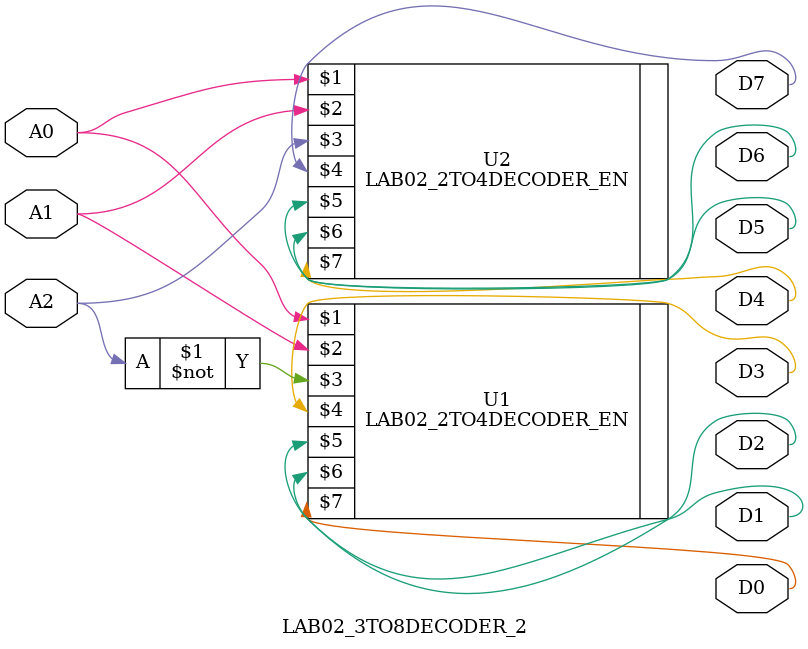
<source format=v>
module LAB02_3TO8DECODER_2 (
    A2,A1,A0,D7,D6,D5,D4,D3,D2,D1,D0
);
    input A2,A1,A0;
    output D7,D6,D5,D4,D3,D2,D1,D0;

    LAB02_2TO4DECODER_EN U1(A0, A1, ~A2, D3, D2, D1, D0);
    LAB02_2TO4DECODER_EN U2(A0, A1, A2, D7,D6,D5,D4);

endmodule

</source>
